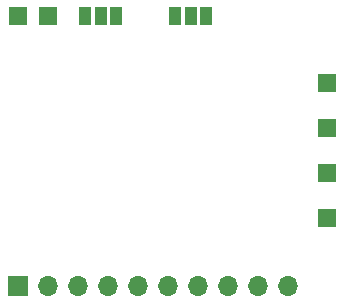
<source format=gbs>
%TF.GenerationSoftware,KiCad,Pcbnew,(5.99.0-7696-gc8be87a654)*%
%TF.CreationDate,2020-12-26T21:21:26+10:30*%
%TF.ProjectId,MCP39F521_Breakout,4d435033-3946-4353-9231-5f427265616b,rev?*%
%TF.SameCoordinates,Original*%
%TF.FileFunction,Soldermask,Bot*%
%TF.FilePolarity,Negative*%
%FSLAX46Y46*%
G04 Gerber Fmt 4.6, Leading zero omitted, Abs format (unit mm)*
G04 Created by KiCad (PCBNEW (5.99.0-7696-gc8be87a654)) date 2020-12-26 21:21:26*
%MOMM*%
%LPD*%
G01*
G04 APERTURE LIST*
%ADD10R,1.700000X1.700000*%
%ADD11O,1.700000X1.700000*%
%ADD12R,1.000000X1.500000*%
%ADD13R,1.500000X1.500000*%
G04 APERTURE END LIST*
D10*
%TO.C,J11*%
X120650000Y-122555000D03*
D11*
X123190000Y-122555000D03*
X125730000Y-122555000D03*
X128270000Y-122555000D03*
X130810000Y-122555000D03*
X133350000Y-122555000D03*
X135890000Y-122555000D03*
X138430000Y-122555000D03*
X140970000Y-122555000D03*
X143510000Y-122555000D03*
%TD*%
D12*
%TO.C,A1*%
X128935000Y-99695000D03*
X127635000Y-99695000D03*
X126335000Y-99695000D03*
%TD*%
D13*
%TO.C,TP3*%
X120650000Y-99695000D03*
%TD*%
%TO.C,TP2*%
X123190000Y-99695000D03*
%TD*%
%TO.C,TP1*%
X146812000Y-105410000D03*
%TD*%
%TO.C,J5*%
X146812000Y-116840000D03*
%TD*%
%TO.C,J2*%
X146812000Y-109220000D03*
%TD*%
D12*
%TO.C,A0*%
X133955000Y-99695000D03*
X135255000Y-99695000D03*
X136555000Y-99695000D03*
%TD*%
D13*
%TO.C,J4*%
X146812000Y-113030000D03*
%TD*%
M02*

</source>
